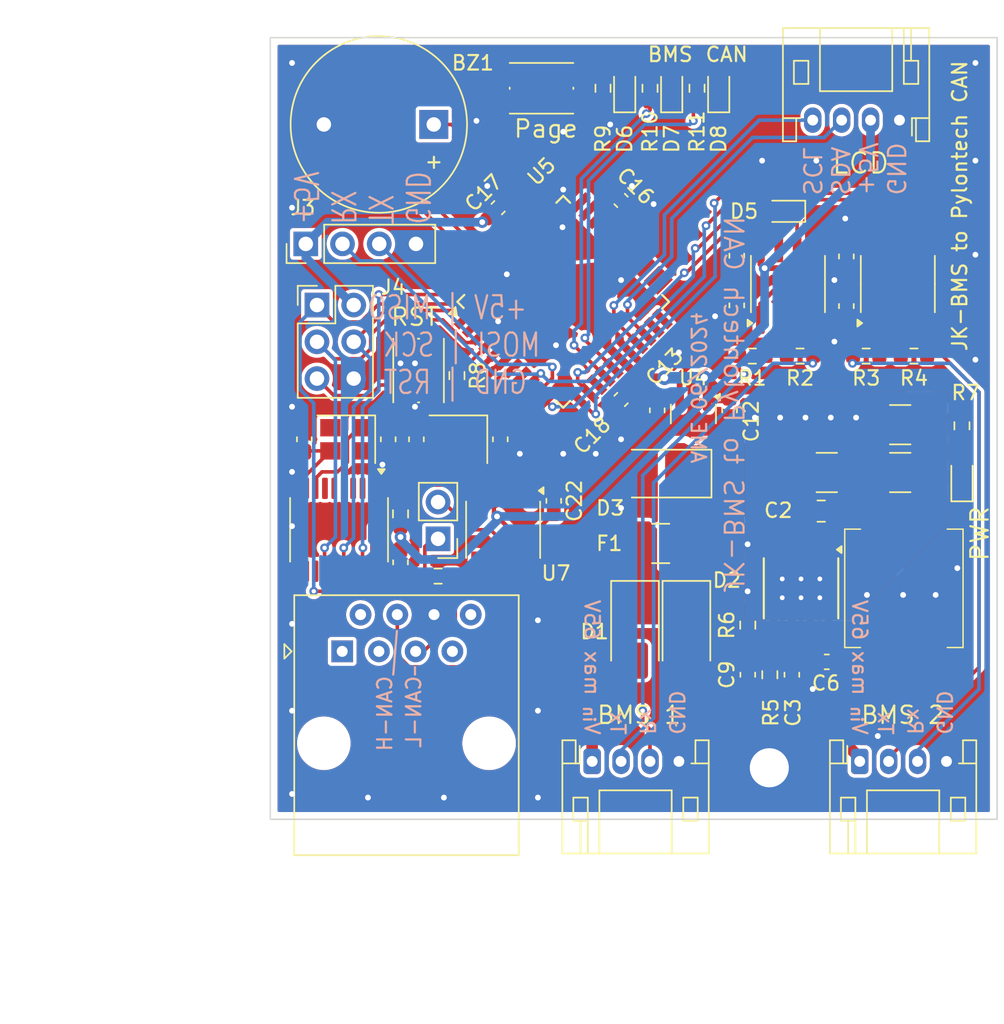
<source format=kicad_pcb>
(kicad_pcb (version 20240108) (generator "pcbnew") (generator_version "8.0")
  (layers (0 "F.Cu" signal) (31 "B.Cu" signal) (34 "B.Paste" user) (35 "F.Paste" user) (36 "B.SilkS" user "B.Silkscreen") (37 "F.SilkS" user "F.Silkscreen") (38 "B.Mask" user) (39 "F.Mask" user) (44 "Edge.Cuts" user))
  (net 0 "")
  (net 1 "GND")
  (net 2 "+3.3V")
  (net 3 "Net-(D1-K)")
  (net 4 "/Vin_BMS1")
  (net 5 "/Vin_BMS2")
  (net 6 "/BMS-1_tx")
  (net 7 "/BMS-1_rx")
  (net 8 "/BMS-2_rx")
  (net 9 "/BMS-2_tx")
  (net 10 "/PWR_good")
  (net 11 "Net-(U1-VCC)")
  (net 12 "Net-(U1-SW)")
  (net 13 "Net-(U1-BOOT)")
  (net 14 "Net-(U1-FB)")
  (net 15 "Net-(U2-VOA)")
  (net 16 "Net-(U2-VIB)")
  (net 17 "Net-(U3-VOA)")
  (net 18 "Net-(U3-VIB)")
  (net 19 "Net-(D4-A)")
  (net 20 "Net-(D3-A1)")
  (net 21 "+5V")
  (net 22 "Net-(U5-AREF)")
  (net 23 "Net-(D6-A)")
  (net 24 "Net-(D7-A)")
  (net 25 "/Nano/rx_flash")
  (net 26 "/Nano/MISO")
  (net 27 "/Nano/MOSI")
  (net 28 "/Nano/SCK")
  (net 29 "/Nano/SDA")
  (net 30 "/Nano/SCL")
  (net 36 "Net-(JP1-A)")
  (net 37 "/Nano/LED")
  (net 38 "/Nano/BMS_Status")
  (net 39 "/Nano/CAN_Status")
  (net 40 "Net-(U6-~{RESET})")
  (net 41 "/Nano/D2")
  (net 42 "nano1_rx")
  (net 43 "nano1_tx")
  (net 44 "nano2_rx")
  (net 45 "nano2_tx")
  (net 48 "/Nano/Buzz")
  (net 49 "Net-(U5-XTAL2)")
  (net 51 "Net-(U5-XTAL1)")
  (net 52 "Net-(D8-A)")
  (net 58 "/Nano/tx_flash")
  (net 62 "/Nano/CS")
  (net 71 "Net-(U6-TXCAN)")
  (net 72 "Net-(U6-OSC2)")
  (net 76 "Net-(U6-RXCAN)")
  (net 79 "Net-(U6-OSC1)")
  (net 82 "/Nano/~{RESET}")
  (net 87 "/Nano/CAN-L")
  (net 88 "/Nano/CAN-H")
  (footprint "LED_SMD:LED_0603_1608Metric_Pad1.05x0.95mm_HandSolder" (layer "F.Cu") (at 131.318 103.124 90)
    (property "Reference" "D4" (hide yes))
    (property "Value" "green 5mA")
  )
  (footprint "Capacitor_SMD:C_0603_1608Metric_Pad1.08x0.95mm_HandSolder" (layer "F.Cu") (at 92.5 109 90)
    (property "Reference" "C21" (hide yes))
    (property "Value" "100nF")
  )
  (footprint "Resistor_SMD:R_0603_1608Metric_Pad0.98x0.95mm_HandSolder" (layer "F.Cu") (at 95.1 109.95 180)
    (property "Reference" "R13" (hide yes))
    (property "Value" "120")
  )
  (footprint "Capacitor_SMD:C_0603_1608Metric_Pad1.08x0.95mm_HandSolder" (layer "F.Cu") (at 93.6 100.5 90)
    (property "Reference" "C15" (hide yes))
    (property "Value" "18pF")
  )
  (footprint "Connector_JST:JST_PH_S4B-PH-K_1x04_P2.00mm_Horizontal" (layer "F.Cu") (at 124.25 122.75)
    (property "Reference" "J2" (hide yes))
    (property "Value" "BMS2")
  )
  (footprint "Capacitor_SMD:C_0603_1608Metric_Pad1.08x0.95mm_HandSolder" (layer "F.Cu") (at 103.095 104.75 -90)
    (property "Reference" "C22")
    (property "Value" "100nF")
  )
  (footprint "Resistor_SMD:R_0603_1608Metric_Pad0.98x0.95mm_HandSolder" (layer "F.Cu") (at 131.318 99.568 -90)
    (property "Reference" "R7")
    (property "Value" "820")
  )
  (footprint "Diode_SMD:D_SMA" (layer "F.Cu") (at 110.49 102.87 180)
    (property "Reference" "D3")
    (property "Value" "SM6T68A")
  )
  (footprint "Resistor_SMD:R_0603_1608Metric_Pad0.98x0.95mm_HandSolder" (layer "F.Cu") (at 118.0338 116.7638 -90)
    (property "Reference" "R5")
    (property "Value" "100K")
  )
  (footprint "Capacitor_SMD:C_0603_1608Metric_Pad1.08x0.95mm_HandSolder" (layer "F.Cu") (at 110.25 98.5 -90)
    (property "Reference" "C13")
    (property "Value" "2,2µF/6,3V")
  )
  (footprint "Capacitor_SMD:C_0603_1608Metric_Pad1.08x0.95mm_HandSolder" (layer "F.Cu") (at 99.4 100.5 -90)
    (property "Reference" "C14" (hide yes))
    (property "Value" "18pF")
  )
  (footprint "Capacitor_SMD:C_0603_1608Metric_Pad1.08x0.95mm_HandSolder" (layer "F.Cu") (at 99.25 84.5 45)
    (property "Reference" "C17")
    (property "Value" "100nF")
  )
  (footprint "Capacitor_SMD:C_0603_1608Metric_Pad1.08x0.95mm_HandSolder" (layer "F.Cu") (at 116.5098 116.7638 -90)
    (property "Reference" "C9")
    (property "Value" "18pF")
  )
  (footprint "Diode_SMD:D_SMA" (layer "F.Cu") (at 112.268 113.792 -90)
    (property "Reference" "D2")
    (property "Value" "ES2BA")
  )
  (footprint "Resistor_SMD:R_0603_1608Metric_Pad0.98x0.95mm_HandSolder" (layer "F.Cu") (at 124.698 94.75 180)
    (property "Reference" "R3")
    (property "Value" "470")
  )
  (footprint "Resistor_SMD:R_0603_1608Metric_Pad0.98x0.95mm_HandSolder" (layer "F.Cu") (at 106.5 76.25 90)
    (property "Reference" "R9")
    (property "Value" "820")
  )
  (footprint "Package_SO:TSSOP-20_4.4x6.5mm_P0.65mm" (layer "F.Cu") (at 88.25 106.75 -90)
    (property "Reference" "U6" (hide yes))
    (property "Value" "MCP2515-xST")
  )
  (footprint "Buzzer_Beeper:Buzzer_12x9.5RM7.6" (layer "F.Cu") (at 94.8 78.75 180)
    (property "Reference" "BZ1")
    (property "Value" "Buzzer")
  )
  (footprint "Fuse:Fuse_1210_3225Metric" (layer "F.Cu") (at 110.49 107.696)
    (property "Reference" "F1")
    (property "Value" "1210L020/72WR")
  )
  (footprint "Capacitor_SMD:C_0603_1608Metric_Pad1.08x0.95mm_HandSolder" (layer "F.Cu") (at 91.65 100.5 -90)
    (property "Reference" "C19" (hide yes))
    (property "Value" "18pF")
  )
  (footprint "Connector_PinHeader_2.54mm:PinHeader_1x02_P2.54mm_Vertical" (layer "F.Cu") (at 95.095 107.375 180)
    (property "Reference" "JP1" (hide yes))
    (property "Value" "Termi.")
  )
  (footprint "Resistor_SMD:R_0603_1608Metric_Pad0.98x0.95mm_HandSolder" (layer "F.Cu") (at 116.824 94.75 180)
    (property "Reference" "R1")
    (property "Value" "470")
  )
  (footprint "Capacitor_SMD:C_0805_2012Metric_Pad1.18x1.45mm_HandSolder" (layer "F.Cu") (at 121.5898 105.4608)
    (property "Reference" "C2")
    (property "Value" "220nF")
  )
  (footprint "Crystal:Crystal_SMD_Abracon_ABM8AIG-4Pin_3.2x2.5mm" (layer "F.Cu") (at 88.75 100.5 180)
    (property "Reference" "Y2" (hide yes))
    (property "Value" "16MHz")
  )
  (footprint "MountingHole:MountingHole_2.7mm_M2.5_ISO7380_Pad" (layer "F.Cu") (at 118 123.19)
    (property "Reference" "H1" (hide yes))
    (property "Value" "MountingHole_Pad")
  )
  (footprint "Resistor_SMD:R_0603_1608Metric_Pad0.98x0.95mm_HandSolder" (layer "F.Cu") (at 96.4 96.1 -90)
    (property "Reference" "R8")
    (property "Value" "1K")
  )
  (footprint "Package_SO:SOIC-8_3.9x4.9mm_P1.27mm" (layer "F.Cu") (at 126.8854 89.7735 90)
    (property "Reference" "U3" (hide yes))
    (property "Value" "ADuM1201AR")
  )
  (footprint "Connector_JST:JST_PH_S4B-PH-K_1x04_P2.00mm_Horizontal" (layer "F.Cu") (at 105.75 122.75)
    (property "Reference" "J1" (hide yes))
    (property "Value" "BMS1")
  )
  (footprint "Connector_PinHeader_2.54mm:PinHeader_1x04_P2.54mm_Vertical" (layer "F.Cu") (at 85.95 87 90)
    (property "Reference" "J3")
    (property "Value" "Flash")
  )
  (footprint "myfootprints:IHLP3232DZER330M11" (layer "F.Cu") (at 127.3048 110.7948 90)
    (property "Reference" "L1" (hide yes))
    (property "Value" "33µH")
  )
  (footprint "Diode_SMD:D_SMA" (layer "F.Cu") (at 108.712 113.792 -90)
    (property "Reference" "D1")
    (property "Value" "ES2BA")
  )
  (footprint "LED_SMD:LED_0603_1608Metric_Pad1.05x0.95mm_HandSolder" (layer "F.Cu") (at 114.5 76.25 90)
    (property "Reference" "D8")
    (property "Value" "orange 5mA")
  )
  (footprint "Package_SO:SOIC-8_3.9x4.9mm_P1.27mm" (layer "F.Cu") (at 99.595 106.75 -90)
    (property "Reference" "U7")
    (property "Value" "TJA1050T")
  )
  (footprint "Diode_SMD:D_0603_1608Metric" (layer "F.Cu") (at 119 84.75 180)
    (property "Reference" "D5")
    (property "Value" "CDBU00340")
  )
  (footprint "Capacitor_SMD:C_0603_1608Metric_Pad1.08x0.95mm_HandSolder" (layer "F.Cu") (at 107.75 97.75 -135)
    (property "Reference" "C18")
    (property "Value" "100nF")
  )
  (footprint "Resistor_SMD:R_0603_1608Metric_Pad0.98x0.95mm_HandSolder" (layer "F.Cu") (at 113 76.25 90)
    (property "Reference" "R11")
    (property "Value" "820")
  )
  (footprint "LED_SMD:LED_0603_1608Metric_Pad1.05x0.95mm_HandSolder" (layer "F.Cu") (at 108 76.25 90)
    (property "Reference" "D6")
    (property "Value" "red 5mA")
  )
  (footprint "Resistor_SMD:R_0603_1608Metric_Pad0.98x0.95mm_HandSolder" (layer "F.Cu") (at 128 94.75)
    (property "Reference" "R4")
    (property "Value" "470")
  )
  (footprint "Crystal:Crystal_SMD_Abracon_ABM8AIG-4Pin_3.2x2.5mm" (layer "F.Cu") (at 96.5 100.5 180)
    (property "Reference" "Y1" (hide yes))
    (property "Value" "16MHz")
  )
  (footprint "Capacitor_SMD:C_0603_1608Metric_Pad1.08x0.95mm_HandSolder" (layer "F.Cu") (at 85.85 100.5 90)
    (property "Reference" "C20" (hide yes))
    (property "Value" "18pF")
  )
  (footprint "Capacitor_SMD:C_0603_1608Metric_Pad1.08x0.95mm_HandSolder" (layer "F.Cu") (at 121.9708 115.8748)
    (property "Reference" "C6")
    (property "Value" "100nF")
  )
  (footprint "Resistor_SMD:R_0603_1608Metric_Pad0.98x0.95mm_HandSolder" (layer "F.Cu") (at 120.126 94.75)
    (property "Reference" "R2")
    (property "Value" "470")
  )
  (footprint "Package_TO_SOT_SMD:SOT-23" (layer "F.Cu") (at 112.75 98.75 -90)
    (property "Reference" "U4")
    (property "Value" "AP7384-33SA")
  )
  (footprint "Capacitor_SMD:C_0603_1608Metric_Pad1.08x0.95mm_HandSolder" (layer "F.Cu") (at 119.5578 116.7638 -90)
    (property "Reference" "C3")
    (property "Value" "4,7µF/10V")
  )
  (footprint "myfootprints:SW_Push_1P1T_NO_Vertical_Wuerth_434133025816" (layer "F.Cu") (at 102.25 76.25 180)
    (property "Reference" "SW1" (hide yes))
    (property "Value" "Page")
  )
  (footprint "Resistor_SMD:R_0603_1608Metric_Pad0.98x0.95mm_HandSolder" (layer "F.Cu") (at 92.5 105.65 -90)
    (property "Reference" "R12" (hide yes))
    (property "Value" "10K")
  )
  (footprint "Connector_RJ:RJ45_Amphenol_54602-x08_Horizontal" (layer "F.Cu") (at 88.4675 115.15)
    (property "Reference" "J6" (hide yes))
    (property "Value" "RJ45")
  )
  (footprint "Connector_PinHeader_2.54mm:PinHeader_2x03_P2.54mm_Vertical" (layer "F.Cu") (at 86.725 91.225)
    (property "Reference" "J4")
    (property "Value" "ICSP")
  )
  (footprint "Connector_JST:JST_PH_S4B-PH-K_1x04_P2.00mm_Horizontal" (layer "F.Cu") (at 127 78.45 180)
    (property "Reference" "J5" (hide yes))
    (property "Value" "LCD")
  )
  (footprint "Resistor_SMD:R_0603_1608Metric_Pad0.98x0.95mm_HandSolder" (layer "F.Cu") (at 109.75 76.25 90)
    (property "Reference" "R10")
    (property "Value" "820")
  )
  (footprint "Capacitor_SMD:C_0603_1608Metric_Pad1.08x0.95mm_HandSolder" (layer "F.Cu") (at 115.75 87.821 -90)
    (property "Reference" "C7" (hide yes))
    (property "Value" "100nF")
  )
  (footprint "Capacitor_SMD:C_1210_3225Metric_Pad1.33x2.70mm_HandSolder" (layer "F.Cu") (at 121.9708 102.7938)
    (property "Reference" "C1" (hide yes))
    (property "Value" "4.7µF/100V")
  )
  (footprint "LED_SMD:LED_0603_1608Metric_Pad1.05x0.95mm_HandSolder" (layer "F.Cu") (at 111.25 76.25 90)
    (property "Reference" "D7")
    (property "Value" "green 5mA")
  )
  (footprint "Capacitor_SMD:C_0603_1608Metric_Pad1.08x0.95mm_HandSolder" (layer "F.Cu") (at 123.3264 91.2975 90)
    (property "Reference" "C5" (hide yes))
    (property "Value" "100nF")
  )
  (footprint "Package_SO:Texas_HTSOP-8-1EP_3.9x4.9mm_P1.27mm_EP2.95x4.9mm_Mask2.4x3.1mm_ThermalVias" (layer "F.Cu") (at 120.1928 110.7948 -90)
    (property "Reference" "U1" (hide yes))
    (property "Value" "LMR36510ADDA")
  )
  (footprint "Package_QFP:TQFP-44_10x10mm_P0.8mm" (layer "F.Cu") (at 103.75 91 45)
    (property "Reference" "U5")
    (property "Value" "ATmega644P-20A")
  )
  (footprint "Capacitor_SMD:C_1210_3225Metric_Pad1.33x2.70mm_HandSolder" (layer "F.Cu") (at 127.0508 102.7938 180)
    (property "Reference" "C10" (hide yes))
    (property "Value" "47µF/16V")
  )
  (footprint "myfootprints:SW_Push_1P1T_NO_Vertical_Wuerth_434133025816" (layer "F.Cu") (at 93.75 95.75 90)
    (property "Reference" "Reset1" (hide yes))
    (property "Value" "Reset")
  )
  (footprint "Resistor_SMD:R_0603_1608Metric_Pad0.98x0.95mm_HandSolder" (layer "F.Cu") (at 116.5098 113.3348 -90)
    (property "Reference" "R6")
    (property "Value" "24K9")
  )
  (footprint "Capacitor_SMD:C_0603_1608Metric_Pad1.08x0.95mm_HandSolder" (layer "F.Cu") (at 107.75 84 135)
    (property "Reference" "C16")
    (property "Value" "100nF")
  )
  (footprint "Capacitor_SMD:C_1210_3225Metric_Pad1.33x2.70mm_HandSolder" (layer "F.Cu") (at 127.0508 99.4918 180)
    (property "Reference" "C11" (hide yes))
    (property "Value" "47µF/16V")
  )
  (footprint "Capacitor_SMD:C_0603_1608Metric_Pad1.08x0.95mm_HandSolder" (layer "F.Cu") (at 115.75 91.25 90)
    (property "Reference" "C4" (hide yes))
    (property "Value" "100nF")
  )
  (footprint "Capacitor_SMD:C_0603_1608Metric_Pad1.08x0.95mm_HandSolder" (layer "F.Cu") (at 123.3264 87.8685 -90)
    (property "Reference" "C8" (hide yes))
    (property "Value" "100nF")
  )
  (footprint "Package_SO:SOIC-8_3.9x4.9mm_P1.27mm" (layer "F.Cu") (at 119.2884 89.7735 90)
    (property "Reference" "U2" (hide yes))
    (property "Value" "ADuM1201AR")
  )
  (footprint "Capacitor_SMD:C_0603_1608Metric_Pad1.08x0.95mm_HandSolder" (layer "F.Cu") (at 115.25 98.5 -90)
    (property "Reference" "C12")
    (property "Value" "2,2µF/6,3V")
  )
  (gr_line (start 92 116.75) (end 92.25 113.75) (stroke (width 0.153)) (layer "B.SilkS"))
  (gr_line (start 93.5 116.75) (end 93.5 116.25) (stroke (width 0.153)) (layer "B.SilkS"))
  (gr_rect (start 83.5 72.75) (end 133.75 126.75) (stroke (width 0.1)) (fill none) (layer "Edge.Cuts"))
  (gr_text "GND\n+5V\nSDA\nSCL" (at 120.25 83.75 270) (layer "B.SilkS") (effects (font (size 1.2 1.2) (thickness 0.153)) (justify left bottom mirror)))
  (gr_text "V_{in} max 65V" (at 123.658 121 -90) (layer "B.SilkS") (effects (font (size 1 1) (thickness 0.153)) (justify left bottom mirror)))
  (gr_text "GND" (at 111 121 -90) (layer "B.SilkS") (effects (font (size 1 1) (thickness 0.153)) (justify left bottom mirror)))
  (gr_text "Tx" (at 125.436 121 -90) (layer "B.SilkS") (effects (font (size 1 1) (thickness 0.153)) (justify left bottom mirror)))
  (gr_text "GND\nTX\nRX\n+5V" (at 85 85.75 270) (layer "B.SilkS") (effects (font (size 1.6 1.2) (thickness 0.153)) (justify left bottom mirror)))
  (gr_text "CAN-H" (at 92 116.75 90) (layer "B.SilkS") (effects (font (size 1 1) (thickness 0.153)) (justify left bottom mirror)))
  (gr_text "GND" (at 129.5 121 -90) (layer "B.SilkS") (effects (font (size 1 1) (thickness 0.153)) (justify left bottom mirror)))
  (gr_text "CAN-L" (at 94 116.75 90) (layer "B.SilkS") (effects (font (size 1 1) (thickness 0.153)) (justify left bottom mirror)))
  (gr_text "V_{in} max 65V" (at 105.158 121 -90) (layer "B.SilkS") (effects (font (size 1 1) (thickness 0.153)) (justify left bottom mirror)))
  (gr_text "JK-BMS to Pylontech CAN " (at 114.75 111.25 270) (layer "B.SilkS") (effects (font (size 1.3 1.3) (thickness 0.153)) (justify left bottom mirror)))
  (gr_text "Tx" (at 106.936 121 -90) (layer "B.SilkS") (effects (font (size 1 1) (thickness 0.153)) (justify left bottom mirror)))
  (gr_text "AME 06/2024" (at 112.5 102.25 270) (layer "B.SilkS") (effects (font (size 1 1) (thickness 0.153)) (justify left bottom mirror)))
  (gr_text "Rx" (at 108.968 121 -90) (layer "B.SilkS") (effects (font (size 1 1) (thickness 0.153)) (justify left bottom mirror)))
  (gr_text " +5V | MISO \nMOSI | SCK \n GND | RST " (at 102.25 97.5 0) (layer "B.SilkS") (effects (font (size 1.6 1.2) (thickness 0.153)) (justify left bottom mirror)))
  (gr_text "Rx" (at 127.468 121 -90) (layer "B.SilkS") (effects (font (size 1 1) (thickness 0.153)) (justify left bottom mirror)))
  (gr_text "JK-BMS to Pylontech CAN " (at 131.75 94.5 90) (layer "F.SilkS") (effects (font (size 1 1) (thickness 0.153)) (justify left bottom)))
  (gr_text "Page\n" (at 100.25 79.75 0) (layer "F.SilkS") (effects (font (size 1.2 1.2) (thickness 0.153)) (justify left bottom)))
  (gr_text "LCD" (at 122.25 82.25 0) (layer "F.SilkS") (effects (font (size 1.4 1.4) (thickness 0.153)) (justify left bottom)))
  (gr_text "RST" (at 91.75 92.75 0) (layer "F.SilkS") (effects (font (size 1.2 1.2) (thickness 0.153)) (justify left bottom)))
  (gr_text "BMS" (at 109.5 74.5 0) (layer "F.SilkS") (effects (font (size 1 1) (thickness 0.153)) (justify left bottom)))
  (gr_text "BMS 1" (at 106 120.25 0) (layer "F.SilkS") (effects (font (size 1.2 1.2) (thickness 0.153)) (justify left bottom)))
  (gr_text "BMS 2" (at 124.25 120.25 0) (layer "F.SilkS") (effects (font (size 1.2 1.2) (thickness 0.153)) (justify left bottom)))
  (gr_text "CAN" (at 113.5 74.5 0) (layer "F.SilkS") (effects (font (size 1 1) (thickness 0.153)) (justify left bottom)))
  (gr_text "PWR" (at 133.25 109 90) (layer "F.SilkS") (effects (font (size 1.2 1.2) (thickness 0.153)) (justify left bottom)))
  (segment (start 100.23 104.275) (end 100.23 105.385) (width 0.25) (layer "F.Cu") (net 1))
  (segment (start 101.75 106) (end 102.295 105.455) (width 0.25) (layer "F.Cu") (net 1))
  (segment (start 100.845 106) (end 101.75 106) (width 0.25) (layer "F.Cu") (net 1))
  (segment (start 102.295 104.6875) (end 103.095 103.8875) (width 0.25) (layer "F.Cu") (net 1))
  (segment (start 102.295 105.455) (end 102.295 104.6875) (width 0.25) (layer "F.Cu") (net 1))
  (segment (start 100.23 105.385) (end 100.845 106) (width 0.25) (layer "F.Cu") (net 1))
  (via (at 103.7 85.85) (size 0.8) (drill 0.4) (layers "F.Cu" "B.Cu") (net 1))
  (via (at 85 125) (size 0.8) (drill 0.4) (layers "F.Cu" "B.Cu") (net 1))
  (via (at 127.25 111.25) (size 0.8) (drill 0.4) (layers "F.Cu" "B.Cu") (net 1))
  (via (at 129.5 111.25) (size 0.8) (drill 0.4) (layers "F.Cu" "B.Cu") (net 1))
  (via (at 85 102.75) (size 0.8) (drill 0.4) (layers "F.Cu" "B.Cu") (net 1))
  (via (at 85 74.5) (size 0.8) (drill 0.4) (layers "F.Cu" "B.Cu") (net 1))
  (via (at 92.5 95.25) (size 0.8) (drill 0.4) (layers "F.Cu" "B.Cu") (net 1))
  (via (at 122.5 93.75) (size 0.8) (drill 0.4) (layers "F.Cu" "B.Cu") (net 1))
  (via (at 85 98.25) (size 0.8) (drill 0.4) (layers "F.Cu" "B.Cu") (net 1))
  (via (at 107.75 89.5) (size 0.8) (drill 0.4) (layers "F.Cu" "B.Cu") (net 1))
  (via (at 111.75 94.5) (size 0.8) (drill 0.4) (layers "F.Cu" "B.Cu") (net 1))
  (via (at 107 78.75) (size 0.8) (drill 0.4) (layers "F.Cu" "B.Cu") (net 1))
  (via (at 103.75 101.5) (size 0.8) (drill 0.4) (layers "F.Cu" "B.Cu") (net 1))
  (via (at 85 84.5) (size 0.8) (drill 0.4) (layers "F.Cu" "B.Cu") (net 1))
  (via (at 90.25 125.25) (size 0.8) (drill 0.4) (layers "F.Cu" "B.Cu") (net 1))
  (via (at 116.5 107.75) (size 0.8) (drill 0.4) (layers "F.Cu" "B.Cu") (net 1))
  (via (at 118.75 99) (size 0.8) (drill 0.4) (layers "F.Cu" "B.Cu") (net 1))
  (via (at 121 117.75) (size 0.8) (drill 0.4) (layers "F.Cu" "B.Cu") (net 1))
  (via (at 97.75 78.5) (size 0.8) (drill 0.4) (layers "F.Cu" "B.Cu") (net 1))
  (via (at 122.5 89.5) (size 0.8) (drill 0.4) (layers "F.Cu" "B.Cu") (net 1))
  (via (at 107.75 105.25) (size 0.8) (drill 0.4) (layers "F.Cu" "B.Cu") (net 1))
  (via (at 123.25 85.25) (size 0.8) (drill 0.4) (layers "F.Cu" "B.Cu") (net 1))
  (via (at 116.5 111) (size 0.8) (drill 0.4) (layers "F.Cu" "B.Cu") (net 1))
  (via (at 85 113.25) (size 0.8) (drill 0.4) (layers "F.Cu" "B.Cu") (net 1))
  (via (at 93.5 95.25) (size 0.8) (drill 0.4) (layers "F.Cu" "B.Cu") (net 1))
  (via (at 107.75 100.5) (size 0.8) (drill 0.4) (layers "F.Cu" "B.Cu") (net 1))
  (via (at 132.25 87.75) (size 0.8) (drill 0.4) (layers "F.Cu" "B.Cu") (net 1))
  (via (at 103.75 79.25) (size 0.8) (drill 0.4) (layers "F.Cu" "B.Cu") (net 1))
  (via (at 121.25 81.25) (size 0.8) (drill 0.4) (layers "F.Cu" "B.Cu") (net 1))
  (via (at 114.25 92) (size 0.8) (drill 0.4) (layers "F.Cu" "B.Cu") (net 1))
  (via (at 120.5 99) (size 0.8) (drill 0.4) (layers "F.Cu" "B.Cu") (net 1))
  (via (at 103.75 83.25) (size 0.8) (drill 0.4) (layers "F.Cu" "B.Cu") (net 1))
  (via (at 91.25 102.25) (size 0.8) (drill 0.4) (layers "F.Cu" "B.Cu") (net 1))
  (via (at 85 119.25) (size 0.8) (drill 0.4) (layers "F.Cu" "B.Cu") (net 1))
  (via (at 132.25 74.5) (size 0.8) (drill 0.4) (layers "F.Cu" "B.Cu") (net 1))
  (via (at 110 84.25) (size 0.8) (drill 0.4) (layers "F.Cu" "B.Cu") (net 1))
  (via (at 99.25 92.35) (size 0.8) (drill 0.4) (layers "F.Cu" "B.Cu") (net 1))
  (via (at 99.85 89.1) (size 0.8) (drill 0.4) (layers "F.Cu" "B.Cu") (net 1))
  (via (at 117.5 81.25) (size 0.8) (drill 0.4) (layers "F.Cu" "B.Cu") (net 1))
  (via (at 117 99) (size 0.8) (drill 0.4) (layers "F.Cu" "B.Cu") (net 1))
  (via (at 122.25 99) (size 0.8) (drill 0.4) (layers "F.Cu" "B.Cu") (net 1))
  (via (at 102 125.25) (size 0.8) (drill 0.4) (layers "F.Cu" "B.Cu") (net 1))
  (via (at 93.5 98.25) (size 0.8) (drill 0.4) (layers "F.Cu" "B.Cu") (net 1))
  (via (at 102 119.25) (size 0.8) (drill 0.4) (layers "F.Cu" "B.Cu") (net 1))
  (via (at 85 106.5) (size 0.8) (drill 0.4) (layers "F.Cu" "B.Cu") (net 1))
  (via (at 131 109.4) (size 0.8) (drill 0.4) (layers "F.Cu" "B.Cu") (net 1))
  (via (at 124.75 111.25) (size 0.8) (drill 0.4) (layers "F.Cu" "B.Cu") (net 1))
  (via (at 106 101.5) (size 0.8) (drill 0.4) (layers "F.Cu" "B.Cu") (net 1))
  (via (at 125.5 121) (size 0.8) (drill 0.4) (layers "F.Cu" "B.Cu") (net 1))
  (via (at 102 113) (size 0.8) (drill 0.4) (layers "F.Cu" "B.Cu") (net 1))
  (via (at 98.5 83) (size 0.8) (drill 0.4) (layers "F.Cu" "B.Cu") (net 1))
  (via (at 124 99) (size 0.8) (drill 0.4) (layers "F.Cu" "B.Cu") (net 1))
  (via (at 95.5 125.25) (size 0.8) (drill 0.4) (layers "F.Cu" "B.Cu") (net 1))
  (via (at 132.25 81.25) (size 0.8) (drill 0.4) (layers "F.Cu" "B.Cu") (net 1))
  (via (at 100.75 101.5) (size 0.8) (drill 0.4) (layers "F.Cu" "B.Cu") (net 1))
  (via (at 103.25 94) (size 0.8) (drill 0.4) (layers "F.Cu" "B.Cu") (net 1))
  (via (at 132.25 95) (size 0.8) (drill 0.4) (layers "F.Cu" "B.Cu") (net 1))
  (via (at 108.5 83) (size 0.8) (drill 0.4) (layers "F.Cu" "B.Cu") (net 1))
  (segment (start 111.8 97.8125) (end 111.8 96.0625) (width 0.4) (layer "F.Cu") (net 2))
  (segment (start 117.2474 92.1125) (end 117.3834 92.2485) (width 0.4) (layer "F.Cu") (net 2))
  (segment (start 124.9804 92.2485) (end 123.4149 92.2485) (width 0.3) (layer "F.Cu") (net 2))
  (segment (start 110.25 97.6375) (end 111.625 97.6375) (width 0.4) (layer "F.Cu") (net 2))
  (segment (start 123.3264 92.16) (end 121.4164 90.25) (width 0.3) (layer "F.Cu") (net 2))
  (segment (start 115.75 92.1125) (end 117.2474 92.1125) (width 0.4) (layer "F.Cu") (net 2))
  (segment (start 118.276 90.25) (end 117.3834 91.1426) (width 0.3) (layer "F.Cu") (net 2))
  (segment (start 111.625 97.6375) (end 111.8 97.8125) (width 0.4) (layer "F.Cu") (net 2))
  (segment (start 111.8 96.0625) (end 115.75 92.1125) (width 0.4) (layer "F.Cu") (net 2))
  (segment (start 117.3834 91.1426) (end 117.3834 92.2485) (width 0.3) (layer "F.Cu") (net 2))
  (segment (start 121.4164 90.25) (end 118.276 90.25) (width 0.3) (layer "F.Cu") (net 2))
  (segment (start 105.75 118.754) (end 108.712 115.792) (width 0.8) (layer "F.Cu") (net 4))
  (segment (start 105.75 122.75) (end 105.75 118.754) (width 0.8) (layer "F.Cu") (net 4))
  (segment (start 121.5 119.75) (end 114.162 119.75) (width 0.8) (layer "F.Cu") (net 5))
  (segment (start 114.162 119.75) (end 112.268 117.856) (width 0.8) (layer "F.Cu") (net 5))
  (segment (start 112.268 117.856) (end 112.268 115.792) (width 0.8) (layer "F.Cu") (net 5))
  (segment (start 124.25 122.5) (end 121.5 119.75) (width 0.8) (layer "F.Cu") (net 5))
  (segment (start 121 95.25) (end 121 94.7885) (width 0.25) (layer "F.Cu") (net 6))
  (via (at 121 95.25) (size 0.6) (drill 0.3) (layers "F.Cu" "B.Cu") (net 6))
  (segment (start 118.25 95.25) (end 110 103.5) (width 0.25) (layer "B.Cu") (net 6))
  (segment (start 107.75 122) (end 107.75 122.75) (width 0.25) (layer "B.Cu") (net 6))
  (segment (start 110 103.5) (end 110 119.75) (width 0.25) (layer "B.Cu") (net 6))
  (segment (start 121 95.25) (end 118.25 95.25) (width 0.25) (layer "B.Cu") (net 6))
  (segment (start 110 119.75) (end 107.75 122) (width 0.25) (layer "B.Cu") (net 6))
  (segment (start 115.9115 95.6615) (end 115.9115 94.75) (width 0.25) (layer "F.Cu") (net 7))
  (segment (start 109.25 119.25) (end 109.25 120.05) (width 0.25) (layer "F.Cu") (net 7))
  (segment (start 116.25 96) (end 115.9115 95.6615) (width 0.25) (layer "F.Cu") (net 7))
  (segment (start 109.75 120.55) (end 109.75 122.75) (width 0.25) (layer "F.Cu") (net 7))
  (segment (start 109.25 120.05) (end 109.75 120.55) (width 0.25) (layer "F.Cu") (net 7))
  (via (at 116.25 96) (size 0.6) (drill 0.3) (layers "F.Cu" "B.Cu") (net 7))
  (via (at 109.25 119.25) (size 0.6) (drill 0.3) (layers "F.Cu" "B.Cu") (net 7))
  (segment (start 109.25 103) (end 109.25 119.25) (width 0.25) (layer "B.Cu") (net 7))
  (segment (start 116.25 96) (end 109.25 103) (width 0.25) (layer "B.Cu") (net 7))
  (segment (start 123.75 95.25) (end 123.7855 95.2145) (width 0.25) (layer "F.Cu") (net 8))
  (segment (start 123.7855 95.2145) (end 123.7855 94.75) (width 0.25) (layer "F.Cu") (net 8))
  (via (at 123.75 95.25) (size 0.6) (drill 0.3) (layers "F.Cu" "B.Cu") (net 8))
  (segment (start 132.5 97.25) (end 132.5 117.75) (width 0.25) (layer "B.Cu") (net 8))
  (segment (start 123.75 95.25) (end 130.5 95.25) (width 0.25) (layer "B.Cu") (net 8))
  (segment (start 130.5 95.25) (end 132.5 97.25) (width 0.25) (layer "B.Cu") (net 8))
  (segment (start 132.5 117.75) (end 128.25 122) (width 0.25) (layer "B.Cu") (net 8))
  (segment (start 128.25 122) (end 128.25 122.75) (width 0.25) (layer "B.Cu") (net 8))
  (segment (start 132.5 116.25) (end 126.25 122.5) (width 0.25) (layer "F.Cu") (net 9))
  (segment (start 132.5 97.25) (end 132.5 116.25) (width 0.25) (layer "F.Cu") (net 9))
  (segment (start 130 94.75) (end 132.5 97.25) (width 0.25) (layer "F.Cu") (net 9))
  (segment (start 128.9125 94.75) (end 130 94.75) (width 0.25) (layer "F.Cu") (net 9))
  (segment (start 119.5578 113.6698) (end 119.5578 115.9013) (width 0.25) (layer "F.Cu") (net 11))
  (segment (start 120.8278 113.6698) (end 120.8278 115.5943) (width 0.25) (layer "F.Cu") (net 13))
  (segment (start 116.5098 115.9013) (end 116.5098 114.2473) (width 0.25) (layer "F.Cu") (net 14))
  (segment (start 118.2878 113.6698) (end 118.2878 115.5973) (width 0.25) (layer "F.Cu") (net 14))
  (segment (start 118.0338 115.8513) (end 116.5598 115.8513) (width 0.25) (layer "F.Cu") (net 14))
  (segment (start 117.7365 94.75) (end 118.6534 93.8331) (width 0.25) (layer "F.Cu") (net 15))
  (segment (start 118.6534 93.8331) (end 118.6534 92.2485) (width 0.25) (layer "F.Cu") (net 15))
  (segment (start 119.9234 94.1906) (end 119.9234 92.2485) (width 0.25) (layer "F.Cu") (net 16))
  (segment (start 119.4675 94.6465) (end 119.9234 94.1906) (width 0.25) (layer "F.Cu") (net 16))
  (segment (start 126.2504 93.8561) (end 126.2504 92.2485) (width 0.25) (layer "F.Cu") (net 17))
  (segment (start 125.3565 94.75) (end 126.2504 93.8561) (width 0.25) (layer "F.Cu") (net 17))
  (segment (start 127.5204 94.2136) (end 127.5204 92.2485) (width 0.25) (layer "F.Cu") (net 18))
  (segment (start 127.0875 94.6465) (end 127.5204 94.2136) (width 0.25) (layer "F.Cu") (net 18))
  (segment (start 131.318 100.4805) (end 131.318 102.249) (width 0.25) (layer "F.Cu") (net 19))
  (segment (start 115.25 97.6375) (end 115.8875 97) (width 0.8) (layer "F.Cu") (net 21))
  (segment (start 116.09 87.2985) (end 115.75 86.9585) (width 0.4) (layer "F.Cu") (net 21))
  (segment (start 99.1725 105.8275) (end 98.96 105.615) (width 0.3) (layer "F.Cu") (net 21))
  (segment (start 100.285177 86.403806) (end 98.991251 85.10988) (width 0.6) (layer "F.Cu") (net 21))
  (segment (start 126.75 97) (end 128.6133 98.8633) (width 0.8) (layer "F.Cu") (net 21))
  (segment (start 99.153806 94.464823) (end 104.287258 89.331371) (width 0.6) (layer "F.Cu") (net 21))
  (segment (start 113.7 97.8125) (end 115.075 97.8125) (width 0.4) (layer "F.Cu") (net 21))
  (segment (start 117.3834 88.3834) (end 117.3834 87.2985) (width 0.4) (layer "F.Cu") (net 21))
  (segment (start 91.175 108.575) (end 91.175 109.6125) (width 0.4) (layer "F.Cu") (net 21))
  (segment (start 98.15 85.5) (end 98.54012 85.10988) (width 0.4) (layer "F.Cu") (net 21))
  (segment (start 104.287258 89.331371) (end 106.55 89.331371) (width 0.6) (layer "F.Cu") (net 21))
  (segment (start 106.25 89.631371) (end 106.55 89.331371) (width 0.6) (layer "F.Cu") (net 21))
  (segment (start 114.25 97) (end 115.8875 97) (width 0.8) (layer "F.Cu") (net 21))
  (segment (start 107.780509 95.030509) (end 106.25 93.5) (width 0.6) (layer "F.Cu") (net 21))
  (segment (start 123.6189 87.2985) (end 123.3264 87.006) (width 0.4) (layer "F.Cu") (net 21))
  (segment (start 121.938258 88.6735) (end 123.3264 87.285358) (width 0.4) (layer "F.Cu") (net 21))
  (segment (start 115.8875 97) (end 126.75 97) (width 0.8) (layer "F.Cu") (net 21))
  (segment (start 91.6125 108.1375) (end 91.175 108.575) (width 0.4) (layer "F.Cu") (net 21))
  (segment (start 96.5 97.1625) (end 98.05 95.6125) (width 0.4) (layer "F.Cu") (net 21))
  (segment (start 98.05 95.568629) (end 99.153806 94.464823) (width 0.4) (layer "F.Cu") (net 21))
  (segment (start 101.7075 107) (end 100.345 107) (width 0.3) (layer "F.Cu") (net 21))
  (segment (start 98.05 95.6125) (end 98.05 95.568629) (width 0.4) (layer "F.Cu") (net 21))
  (segment (start 131 115.3921) (end 127.6421 118.75) (width 0.4) (layer "F.Cu") (net 21))
  (segment (start 110.75 96.25) (end 109 96.25) (width 0.6) (layer "F.Cu") (net 21))
  (segment (start 117.6735 88.6735) (end 117.3834 88.3834) (width 0.4) (layer "F.Cu") (net 21))
  (segment (start 116.5598 117.6763) (end 118.0338 117.6763) (width 0.25) (layer "F.Cu") (net 21))
  (segment (start 124.9804 87.2985) (end 123.6189 87.2985) (width 0.4) (layer "F.Cu") (net 21))
  (segment (start 100.345 107) (end 99.1725 105.8275) (width 0.3) (layer "F.Cu") (net 21))
  (segment (start 117.6735 88.6735) (end 121.938258 88.6735) (width 0.4) (layer "F.Cu") (net 21))
  (segment (start 131 115.3921) (end 131 110.871) (width 0.4) (layer "F.Cu") (net 21))
  (segment (start 106.55 89.331371) (end 103.212742 89.331371) (width 0.6) (layer "F.Cu") (net 21))
  (segment (start 131.318 98.6555) (end 130.5945 98.6555) (width 0.25) (layer "F.Cu") (net 21))
  (segment (start 106.25 93.5) (end 106.25 89.631371) (width 0.6) (layer "F.Cu") (net 21))
  (segment (start 106.55 89.331371) (end 108.346194 87.535177) (width 0.6) (layer "F.Cu") (net 21))
  (segment (start 109 96.25) (end 109 96.5) (width 0.6) (layer "F.Cu") (net 21))
  (segment (start 119.1075 118.75) (end 118.0338 117.6763) (width 0.4) (layer "F.Cu") (net 21))
  (segment (start 103.081371 89.2) (end 100.285177 86.403806) (width 0.6) (layer "F.Cu") (net 21))
  (segment (start 113.5 96.25) (end 114.25 97) (width 0.8) (layer "F.Cu") (net 21))
  (segment (start 130.5945 98.6555) (end 130.25 99) (width 0.25) (layer "F.Cu") (net 21))
  (segment (start 98.96 105.615) (end 98.96 104.275) (width 0.3) (layer "F.Cu") (net 21))
  (segment (start 103.095 105.6125) (end 101.7075 107) (width 0.3) (layer "F.Cu") (net 21))
  (segment (start 131 110.871) (end 127.3048 107.1758) (width 0.4) (layer "F.Cu") (net 21))
  (segment (start 103.212742 89.331371) (end 103.081371 89.2) (width 0.6) (layer "F.Cu") (net 21))
  (segment (start 109 96.25) (end 107.780509 95.030509) (width 0.6) (layer "F.Cu") (net 21))
  (segment (start 127.6421 118.75) (end 119.1075 118.75) (width 0.4) (layer "F.Cu") (net 21))
  (segment (start 92.5 108.1375) (end 92.5 107.25) (width 0.4) (layer "F.Cu") (net 21))
  (segment (start 109 96.5) (end 108.35988 97.14012) (width 0.6) (layer "F.Cu") (net 21))
  (segment (start 92.5 106.4125) (end 92.5 107.25) (width 0.4) (layer "F.Cu") (net 21))
  (segment (start 92.5 108.1375) (end 91.6125 108.1375) (width 0.4) (layer "F.Cu") (net 21))
  (segment (start 117.3834 87.2985) (end 116.09 87.2985) (width 0.6) (layer "F.Cu") (net 21))
  (via (at 99.1725 105.8275) (size 0.8) (drill 0.4) (layers "F.Cu" "B.Cu") (net 21))
  (via (at 98.15 85.5) (size 0.8) (drill 0.4) (layers "F.Cu" "B.Cu") (net 21))
  (via (at 117.6735 88.6735) (size 0.8) (drill 0.4) (layers "F.Cu" "B.Cu") (net 21))
  (via (at 110.75 96.25) (size 1) (drill 0.5) (layers "F.Cu" "B.Cu") (net 21))
  (via (at 92.5 107.25) (size 0.8) (drill 0.4) (layers "F.Cu" "B.Cu") (net 21))
  (via (at 113.5 96.25) (size 1) (drill 0.5) (layers "F.Cu" "B.Cu") (net 21))
  (segment (start 93.85 108.8) (end 96.5 108.8) (width 0.6) (layer "B.Cu") (net 21))
  (segment (start 98.15 85.5) (end 87.45 85.5) (width 0.6) (layer "B.Cu") (net 21))
  (segment (start 87.45 85.5) (end 85.95 87) (width 0.6) (layer "B.Cu") (net 21))
  (segment (start 85.95 87.95) (end 89.225 91.225) (width 0.6) (layer "B.Cu") (net 21))
  (segment (start 113.5 96.25) (end 110.75 96.25) (width 0.8) (layer "B.Cu") (net 21))
  (segment (start 92.5 107.45) (end 93.85 108.8) (width 0.6) (layer "B.Cu") (net 21))
  (segment (start 96.5 108.8) (end 99.1725 106.1275) (width 0.6) (layer "B.Cu") (net 21))
  (segment (start 99.1725 106.1275) (end 99.1725 105.8275) (width 0.6) (layer "B.Cu") (net 21))
  (segment (start 104.4225 105.8275) (end 99.1725 105.8275) (width 0.6) (layer "B.Cu") (net 21))
  (segment (start 113.5 96.75) (end 104.4225 105.8275) (width 0.6) (layer "B.Cu") (net 21))
  (segment (start 125 81.347) (end 125 78.45) (width 0.6) (layer "B.Cu") (net 21))
  (segment (start 114 96.25) (end 117.6735 92.5765) (width 0.6) (layer "B.Cu") (net 21))
  (segment (start 92.5 107.25) (end 92.5 107.45) (width 0.6) (layer "B.Cu") (net 21))
  (segment (start 113.5 96.25) (end 113.5 96.75) (width 0.6) (layer "B.Cu") (net 21))
  (segment (start 113.5 96.25) (end 114 96.25) (width 0.6) (layer "B.Cu") (net 21))
  (segment (start 117.6735 88.6735) (end 125 81.347) (width 0.6) (layer "B.Cu") (net 21))
  (segment (start 85.95 87) (end 85.95 87.95) (width 0.6) (layer "B.Cu") (net 21))
  (segment (start 117.6735 92.5765) (end 117.6735 88.6735) (width 0.6) (layer "B.Cu") (net 21))
  (segment (start 107.214823 86.403806) (end 108.35988 85.258749) (width 0.6) (layer "F.Cu") (net 22))
  (segment (start 108.35988 85.258749) (end 108.35988 84.60988) (width 0.25) (layer "F.Cu") (net 22))
  (segment (start 106.5 75.3375) (end 107.9625 75.3375) (width 0.25) (layer "F.Cu") (net 23))
  (segment (start 109.75 75.3375) (end 111.2125 75.3375) (width 0.25) (layer "F.Cu") (net 24))
  (segment (start 115.616116 84.75) (end 118.4625 84.75) (width 0.25) (layer "F.Cu") (net 25))
  (segment (start 102.197056 95.947057) (end 101.416548 96.727565) (width 0.25) (layer "F.Cu") (net 25))
  (segment (start 113.058058 87.308058) (end 115.616116 84.75) (width 0.25) (layer "F.Cu") (net 25))
  (segment (start 102.197057 95.947057) (end 102.197056 95.947057) (width 0.25) (layer "F.Cu") (net 25))
  (segment (start 112.875 87.308058) (end 113.058058 87.308058) (width 0.25) (layer "F.Cu") (net 25))
  (via (at 112.875 87.308058) (size 0.6) (drill 0.3) (layers "F.Cu" "B.Cu") (net 25))
  (via (at 102.197057 95.947057) (size 0.6) (drill 0.3) (layers "F.Cu" "B.Cu") (net 25))
  (segment (start 102.197057 95.947057) (end 102.144114 96) (width 0.25) (layer "B.Cu") (net 25))
  (segment (start 105.5 96.5) (end 102.75 96.5) (width 0.25) (layer "B.Cu") (net 25))
  (segment (start 89.675 88.175) (end 88.5 87) (width 0.25) (layer "B.Cu") (net 25))
  (segment (start 102.75 96.5) (end 102.197057 95.947057) (width 0.25) (layer "B.Cu") (net 25))
  (segment (start 99 96) (end 91.175 88.175) (width 0.25) (layer "B.Cu") (net 25))
  (segment (start 112.75 89.25) (end 105.5 96.5) (width 0.25) (layer "B.Cu") (net 25))
  (segment (start 112.75 87.433058) (end 112.75 89.25) (width 0.25) (layer "B.Cu") (net 25))
  (segment (start 102.144114 96) (end 99 96) (width 0.25) (layer "B.Cu") (net 25))
  (segment (start 112.875 87.308058) (end 112.75 87.433058) (width 0.25) (layer "B.Cu") (net 25))
  (segment (start 91.175 88.175) (end 89.675 88.175) (width 0.25) (layer "B.Cu") (net 25))
  (segment (start 97.940848 91.731586) (end 97.36156 91.152298) (width 0.25) (layer "F.Cu") (net 26))
  (segment (start 89.225 110.303812) (end 89.225 109.6125) (width 0.25) (layer "F.Cu") (net 26))
  (segment (start 90.999403 91.152298) (end 97.36156 91.152298) (width 0.25) (layer "F.Cu") (net 26))
  (segment (start 87.9 92.4) (end 86.725 91.225) (width 0.25) (layer "F.Cu") (net 26))
  (segment (start 89.751701 92.4) (end 87.9 92.4) (width 0.25) (layer "F.Cu") (net 26))
  (segment (start 86.5 111) (end 88.528812 111) (width 0.25) (layer "F.Cu") (net 26))
  (segment (start 88.528812 111) (end 89.225 110.303812) (width 0.25) (layer "F.Cu") (net 26))
  (segment (start 97.940848 92.283669) (end 97.940848 91.731586) (width 0.25) (layer "F.Cu") (net 26))
  (segment (start 97.45675 92.767767) (end 97.940848 92.283669) (width 0.25) (layer "F.Cu") (net 26))
  (segment (start 90.999403 91.152298) (end 89.751701 92.4) (width 0.25) (layer "F.Cu") (net 26))
  (via (at 86.5 111) (size 0.6) (drill 0.3) (layers "F.Cu" "B.Cu") (net 26))
  (segment (start 85.55 92.4) (end 86.725 91.225) (width 0.25) (layer "B.Cu") (net 26))
  (segment (start 85.55 97.05) (end 85.55 92.4) (width 0.25) (layer "B.Cu") (net 26))
  (segment (start 86.5 111) (end 86.5 98) (width 0.25) (layer "B.Cu") (net 26))
  (segment (start 86.5 98) (end 85.55 97.05) (width 0.25) (layer "B.Cu") (net 26))
  (segment (start 88.575 108) (end 88.575 109.6125) (width 0.25) (layer "F.Cu") (net 27))
  (segment (start 91.427702 91.602298) (end 96.29128 91.602298) (width 0.25) (layer "F.Cu") (net 27))
  (segment (start 91.427702 91.602298) (end 89.265 93.765) (width 0.25) (layer "F.Cu") (net 27))
  (segment (start 96.891064 92.202082) (end 96.29128 91.602298) (width 0.25) (layer "F.Cu") (net 27))
  (via (at 88.575 108) (size 0.6) (drill 0.3) (layers "F.Cu" "B.Cu") (net 27))
  (segment (start 89.25 98.25) (end 89.25 107.325) (width 0.25) (layer "B.Cu") (net 27))
  (segment (start 89.25 98.25) (end 90.44 97.06) (width 0.25) (layer "B.Cu") (net 27))
  (segment (start 89.25 107.325) (end 88.575 108) (width 0.25) (layer "B.Cu") (net 27))
  (segment (start 90.44 94.94) (end 89.265 93.765) (width 0.25) (layer "B.Cu") (net 27))
  (segment (start 90.44 97.06) (end 90.44 94.94) (width 0.25) (layer "B.Cu") (net 27))
  (segment (start 90.44 94.251701) (end 89.751701 94.94) (width 0.25) (layer "F.Cu") (net 28))
  (segment (start 96.986254 93.817551) (end 95.418703 92.25) (width 0.25) (layer "F.Cu") (net 28))
  (segment (start 87.25 109.5875) (end 87.25 108) (width 0.25) (layer "F.Cu") (net 28))
  (segment (start 87.9 94.94) (end 86.725 93.765) (width 0.25) (layer "F.Cu") (net 28))
  (segment (start 91.468299 92.25) (end 90.44 93.278299) (width 0.25) (layer "F.Cu") (net 28))
  (segment (start 91.468299 92.25) (end 95.418703 92.25) (width 0.25) (layer "F.Cu") (net 28))
  (segment (start 90.44 93.278299) (end 90.44 94.251701) (width 0.25) (layer "F.Cu") (net 28))
  (segment (start 89.751701 94.94) (end 87.9 94.94) (width 0.25) (layer "F.Cu") (net 28))
  (segment (start 98.022435 93.333452) (end 97.538336 93.817551) (width 0.25) (layer "F.Cu") (net 28))
  (segment (start 97.538336 93.817551) (end 96.986254 93.817551) (width 0.25) (layer "F.Cu") (net 28))
  (via (at 87.25 108) (size 0.6) (drill 0.3) (layers "F.Cu" "B.Cu") (net 28))
  (segment (start 88 95.04) (end 88 107.25) (width 0.25) (layer "B.Cu") (net 28))
  (segment (start 86.725 93.765) (end 88 95.04) (width 0.25) (layer "B.Cu") (net 28))
  (segment (start 88 107.25) (end 87.25 108) (width 0.25) (layer "B.Cu") (net 28))
  (segment (start 108.191942 91.191942) (end 108.191942 92.047829) (width 0.25) (layer "F.Cu") (net 29))
  (segment (start 108.191942 92.047829) (end 109.477565 93.333452) (width 0.25) (layer "F.Cu") (net 29))
  (via (at 108.191942 91.191942) (size 0.6) (drill 0.3) (layers "F.Cu" "B.Cu") (net 29))
  (segment (start 111.25 87.886396) (end 111.25 85.25) (width 0.25) (layer "B.Cu") (net 29))
  (segment (start 116.85 79.65) (end 121.8 79.65) (width 0.25) (layer "B.Cu") (net 29))
  (segment (start 111.25 85.25) (end 116.85 79.65) (width 0.25) (layer "B.Cu") (net 29))
  (segment (start 121.8 79.65) (end 123 78.45) (width 0.25) (layer "B.Cu") (net 29))
  (segment (start 108.191942 91.191942) (end 108.191942 90.944454) (width 0.25) (layer "B.Cu") (net 29))
  (segment (start 108.191942 90.944454) (end 111.25 87.886396) (width 0.25) (layer "B.Cu") (net 29))
  (segment (start 107.25 92.237258) (end 108.91188 93.899138) (width 0.25) (layer "F.Cu") (net 30))
  (segment (start 107.25 91.25) (end 107.25 92.237258) (width 0.25) (layer "F.Cu") (net 30))
  (via (at 107.25 91.25) (size 0.6) (drill 0.3) (layers "F.Cu" "B.Cu") (net 30))
  (segment (start 107.25 91.25) (end 110.75 87.75) (width 0.25) (layer "B.Cu") (net 30))
  (segment (start 110.75 87.75) (end 110.75 85) (width 0.25) (layer "B.Cu") (net 30))
  (segment (start 117.3 78.45) (end 121 78.45) (width 0.25) (layer "B.Cu") (net 30))
  (segment (start 110.75 85) (end 117.3 78.45) (width 0.25) (layer "B.Cu") (net 30))
  (segment (start 94.1825 109.75) (end 94.1825 107.9125) (width 0.25) (layer "F.Cu") (net 36))
  (segment (start 94.1825 107.9125) (end 95.095 107) (width 0.25) (layer "F.Cu") (net 36))
  (segment (start 93.75 77.25) (end 93.25 77.75) (width 0.25) (layer "F.Cu") (net 37))
  (segment (start 105.6625 78) (end 99.25 78) (width 0.25) (layer "F.Cu") (net 37))
  (segment (start 93.25 82.75) (end 97.551078 87.051078) (width 0.25) (layer "F.Cu") (net 37))
  (segment (start 106.5 77.1625) (end 105.6625 78) (width 0.25) (layer "F.Cu") (net 37))
  (segment (start 99.25 78) (end 98.5 77.25) (width 0.25) (layer "F.Cu") (net 37))
  (segment (start 97.551078 87.051078) (end 98.669707 87.051078) (width 0.25) (layer "F.Cu") (net 37))
  (segment (start 98.669707 87.051078) (end 99.153806 87.535177) (width 0.25) (layer "F.Cu") (net 37))
  (segment (start 93.25 77.75) (end 93.25 82.75) (width 0.25) (layer "F.Cu") (net 37))
  (segment (start 98.5 77.25) (end 93.75 77.25) (width 0.25) (layer "F.Cu") (net 37))
  (segment (start 109.75 77.75) (end 109.75 77.1625) (width 0.25) (layer "F.Cu") (net 38))
  (segment (start 109.5 78) (end 109.75 77.75) (width 0.25) (layer "F.Cu") (net 38))
  (segment (start 104.5 94.012742) (end 106.649138 96.16188) (width 0.25) (layer "F.Cu") (net 38))
  (segment (start 104.5 94) (end 104.5 94.012742) (width 0.25) (layer "F.Cu") (net 38))
  (via (at 104.5 94) (size 0.6) (drill 0.3) (layers "F.Cu" "B.Cu") (net 38))
  (via (at 109.5 78) (size 0.6) (drill 0.3) (layers "F.Cu" "B.Cu") (net 38))
  (segment (start 105 82.5) (end 109.5 78) (width 0.25) (layer "B.Cu") (net 38))
  (segment (start 104.5 93) (end 105 92.5) (width 0.25) (layer "B.Cu") (net 38))
  (segment (start 105 92.5) (end 105 82.5) (width 0.25) (layer "B.Cu") (net 38))
  (segment (start 104.5 94) (end 104.5 93) (width 0.25) (layer "B.Cu") (net 38))
  (segment (start 112.75 78.5) (end 112.75 77.4125) (width 0.25) (layer "F.Cu") (net 39))
  (segment (start 105.25 93.631371) (end 107.214823 95.596194) (width 0.25) (layer "F.Cu") (net 39))
  (segment (start 105.25 93.5) (end 105.25 93.631371) (width 0.25) (layer "F.Cu") (net 39))
  (via (at 112.75 78.5) (size 0.6) (drill 0.3) (layers "F.Cu" "B.Cu") (net 39))
  (via (at 105.25 93.5) (size 0.6) (drill 0.3) (layers "F.Cu" "B.Cu") (net 39))
  (segment (start 112.5 78.75) (end 112.75 78.5) (width 0.25) (layer "B.Cu") (net 39))
  (segment (start 109.386396 78.75) (end 112.5 78.75) (width 0.25) (layer "B.Cu") (net 39))
  (segment (start 105.25 93.5) (end 105.5 93.25) (width 0.25) (layer "B.Cu") (net 39))
  (segment (start 105.5 93.25) (end 105.5 82.636396) (width 0.25) (layer "B.Cu") (net 39))
  (segment (start 105.5 82.636396) (end 109.386396 78.75) (width 0.25) (layer "B.Cu") (net 39))
  (segment (start 92.5 104.5875) (end 90.525 106.5625) (width 0.25) (layer "F.Cu") (net 40))
  (segment (start 90.525 106.5625) (end 90.525 109.6125) (width 0.25) (layer "F.Cu") (net 40))
  (segment (start 99.65 76.8) (end 100.175 77.325) (width 0.25) (layer "F.Cu") (net 41))
  (segment (start 92.75 77.613604) (end 93.563604 76.8) (width 0.25) (layer "F.Cu") (net 41))
  (segment (start 100.175 77.325) (end 104.325 77.325) (width 0.25) (layer "F.Cu") (net 41))
  (segment (start 93.563604 76.8) (end 99.65 76.8) (width 0.25) (layer "F.Cu") (net 41))
  (segment (start 92.75 83.394113) (end 98.022435 88.666548) (width 0.25) (layer "F.Cu") (net 41))
  (segment (start 92.75 83.394113) (end 92.75 77.613604) (width 0.25) (layer "F.Cu") (net 41))
  (segment (start 119.9234 87.2985) (end 119.9234 84.8641) (width 0.25) (layer "F.Cu") (net 42))
  (segment (start 104.75 95.875) (end 104.75 96.525483) (width 0.25) (layer "F.Cu") (net 43))
  (segment (start 112.263326 88.995558) (end 115.507628 85.751256) (width 0.25) (layer "F.Cu") (net 43))
  (segment (start 117.487064 85.751256) (end 118.6534 86.917592) (width 0.25) (layer "F.Cu") (net 43))
  (segment (start 112.120558 88.995558) (end 112.263326 88.995558) (width 0.25) (layer "F.Cu") (net 43))
  (segment (start 104.75 96.525483) (end 105.517767 97.29325) (width 0.25) (layer "F.Cu") (net 43))
  (segment (start 115.507628 85.751256) (end 117.487064 85.751256) (width 0.25) (layer "F.Cu") (net 43))
  (via (at 112.120558 88.995558) (size 0.6) (drill 0.3) (layers "F.Cu" "B.Cu") (net 43))
  (via (at 104.75 95.875) (size 0.6) (drill 0.3) (layers "F.Cu" "B.Cu") (net 43))
  (segment (start 112.120558 88.995558) (end 112.120558 89.013326) (width 0.25) (layer "B.Cu") (net 43))
  (segment (start 105.258884 95.875) (end 104.75 95.875) (width 0.25) (layer "B.Cu") (net 43))
  (segment (start 112.120558 89.013326) (end 105.258884 95.875) (width 0.25) (layer "B.Cu") (net 43))
  (segment (start 127.5204 86.323501) (end 127.5204 87.2985) (width 0.25) (layer "F.Cu") (net 44))
  (segment (start 105.843146 98.75) (end 104.952082 97.858936) (width 0.25) (layer "F.Cu") (net 44))
  (segment (start 106 98.75) (end 105.843146 98.75) (width 0.25) (layer "F.Cu") (net 44))
  (segment (start 124.696899 83.5) (end 127.5204 86.323501) (width 0.25) (layer "F.Cu") (net 44))
  (segment (start 114.183058 84.183058) (end 114.866116 83.5) (width 0.25) (layer "F.Cu") (net 44))
  (segment (start 114.866116 83.5) (end 124.696899 83.5) (width 0.25) (layer "F.Cu") (net 44))
  (via (at 106 98.75) (size 0.6) (drill 0.3) (layers "F.Cu" "B.Cu") (net 44))
  (via (at 114.183058 84.183058) (size 0.6) (drill 0.3) (layers "F.Cu" "B.Cu") (net 44))
  (segment (start 106 97.5) (end 106 98.75) (width 0.25) (layer "B.Cu") (net 44))
  (segment (start 114.25 84.25) (end 114.25 89.25) (width 0.25) (layer "B.Cu") (net 44))
  (segment (start 114.25 89.25) (end 106 97.5) (width 0.25) (layer "B.Cu") (net 44))
  (segment (start 114.183058 84.183058) (end 114.25 84.25) (width 0.25) (layer "B.Cu") (net 44))
  (segment (start 113.625 85.741116) (end 115.416116 83.95) (width 0.25) (layer "F.Cu") (net 45))
  (segment (start 126.2504 86.323501) (end 126.2504 87.2985) (width 0.25) (layer "F.Cu") (net 45))
  (segment (start 115.416116 83.95) (end 123.876899 83.95) (width 0.25) (layer "F.Cu") (net 45))
  (segment (start 102.938982 98.25) (end 102.547918 97.858936) (width 0.25) (layer "F.Cu") (net 45))
  (segment (start 123.876899 83.95) (end 126.2504 86.323501) (width 0.25) (layer "F.Cu") (net 45))
  (segment (start 103 98.25) (end 102.938982 98.25) (width 0.25) (layer "F.Cu") (net 45))
  (via (at 103 98.25) (size 0.6) (drill 0.3) (layers "F.Cu" "B.Cu") (net 45))
  (via (at 113.625 85.741116) (size 0.6) (drill 0.3) (layers "F.Cu" "B.Cu") (net 45))
  (segment (start 113.5 89.25) (end 104.5 98.25) (width 0.25) (layer "B.Cu") (net 45))
  (segment (start 113.5 85.866116) (end 113.5 89.25) (width 0.25) (layer "B.Cu") (net 45))
  (segment (start 113.625 85.741116) (end 113.5 85.866116) (width 0.25) (layer "B.Cu") (net 45))
  (segment (start 104.5 98.25) (end 103 98.25) (width 0.25) (layer "B.Cu") (net 45))
  (segment (start 96.025483 78.75) (end 94.8 78.75) (width 0.25) (layer "F.Cu") (net 48))
  (segment (start 101.982233 84.70675) (end 96.025483 78.75) (width 0.25) (layer "F.Cu") (net 48))
  (segment (start 96.425 99.1) (end 96.425 100.625) (width 0.25) (layer "F.Cu") (net 49))
  (segment (start 100.285177 95.596194) (end 99.801078 96.080293) (width 0.25) (layer "F.Cu") (net 49))
  (segment (start 96.425 100.625) (end 95.75 101.3) (width 0.25) (layer "F.Cu") (net 49))
  (segment (start 94.75 101.3625) (end 93.5 101.3625) (width 0.25) (layer "F.Cu") (net 49))
  (segment (start 99.444707 96.080293) (end 96.425 99.1) (width 0.25) (layer "F.Cu") (net 49))
  (segment (start 99.801078 96.080293) (end 99.444707 96.080293) (width 0.25) (layer "F.Cu") (net 49))
  (segment (start 94.75 101.3625) (end 95.3375 101.3625) (width 0.25) (layer "F.Cu") (net 49))
  (segment (start 100.850862 96.16188) (end 97.6 99.412742) (width 0.25) (layer "F.Cu") (net 51))
  (segment (start 97.6 99.7) (end 99.4375 99.7) (width 0.25) (layer "F.Cu") (net 51))
  (segment (start 113 75.3375) (end 114.4625 75.3375) (width 0.25) (layer "F.Cu") (net 52))
  (segment (start 103 95.5) (end 103 96.275483) (width 0.25) (layer "F.Cu") (net 58))
  (segment (start 103 96.275483) (end 101.982233 97.29325) (width 0.25) (layer "F.Cu") (net 58))
  (via (at 103 95.5) (size 0.6) (drill 0.3) (layers "F.Cu" "B.Cu") (net 58))
  (segment (start 99.322057 95.322057) (end 91.03 87.03) (width 0.25) (layer "B.Cu") (net 58))
  (segment (start 102.822057 95.322057) (end 99.322057 95.322057) (width 0.25) (layer "B.Cu") (net 58))
  (segment (start 103 95.5) (end 102.822057 95.322057) (width 0.25) (layer "B.Cu") (net 58))
  (segment (start 91 90.5) (end 96.188982 90.5) (width 0.25) (layer "F.Cu") (net 62))
  (segment (start 89.875 108.025) (end 89.875 109.6125) (width 0.25) (layer "F.Cu") (net 62))
  (segment (start 96.188982 90.5) (end 96.891064 89.797918) (width 0.25) (layer "F.Cu") (net 62))
  (segment (start 89.9 108) (end 89.875 108.025) (width 0.25) (layer "F.Cu") (net 62))
  (via (at 91 90.5) (size 0.6) (drill 0.3) (layers "F.Cu" "B.Cu") (net 62))
  (via (at 89.9 108) (size 0.6) (drill 0.3) (layers "F.Cu" "B.Cu") (net 62))
  (segment (start 91 90.5) (end 91 97.136396) (width 0.25) (layer "B.Cu") (net 62))
  (segment (start 89.875 98.261396) (end 89.875 107.975) (width 0.25) (layer "B.Cu") (net 62))
  (segment (start 89.875 107.975) (end 89.9 108) (width 0.25) (layer "B.Cu") (net 62))
  (segment (start 91 97.136396) (end 89.875 98.261396) (width 0.25) (layer "B.Cu") (net 62))
  (segment (start 101.049999 102.85) (end 91.9 102.85) (width 0.25) (layer "F.Cu") (net 71))
  (segment (start 91.9 102.85) (end 91.175 103.575) (width 0.25) (layer "F.Cu") (net 71))
  (segment (start 101.5 103.300001) (end 101.049999 102.85) (width 0.25) (layer "F.Cu") (net 71))
  (segment (start 101.5 104.275) (end 101.5 103.300001) (width 0.25) (layer "F.Cu") (net 71))
  (segment (start 88.825 102.075) (end 88.15 102.75) (width 0.25) (layer "F.Cu") (net 72))
  (segment (start 88.825 100.5) (end 88.825 102.075) (width 0.25) (layer "F.Cu") (net 72))
  (segment (start 89.625 99.7) (end 88.825 100.5) (width 0.25) (layer "F.Cu") (net 72))
  (segment (start 87.071188 102.75) (end 86.625 103.196188) (width 0.25) (layer "F.Cu") (net 72))
  (segment (start 88.15 102.75) (end 87.071188 102.75) (width 0.25) (layer "F.Cu") (net 72))
  (segment (start 86.625 103.196188) (end 86.625 103.8875) (width 0.25) (layer "F.Cu") (net 72))
  (segment (start 89.85 99.7) (end 91.6875 99.7) (width 0.25) (layer "F.Cu") (net 72))
  (segment (start 91.7 104.247924) (end 92.287924 103.66) (width 0.25) (layer "F.Cu") (net 76))
  (segment (start 90.875553 104.975552) (end 91.42826 104.975552) (width 0.25) (layer "F.Cu") (net 76))
  (segment (start 90.525 103.8875) (end 90.525 104.624999) (width 0.25) (layer "F.Cu") (net 76))
  (segment (start 97.075 103.66) (end 97.69 104.275) (width 0.25) (layer "F.Cu") (net 76))
  (segment (start 90.525 104.624999) (end 90.875553 104.975552) (width 0.25) (layer "F.Cu") (net 76))
  (segment (start 92.287924 103.66) (end 97.075 103.66) (width 0.25) (layer "F.Cu") (net 76))
  (segment (start 91.7 104.703812) (end 91.7 104.247924) (width 0.25) (layer "F.Cu") (net 76))
  (segment (start 91.42826 104.975552) (end 91.7 104.703812) (width 0.25) (layer "F.Cu") (net 76))
  (segment (start 85.975 102.975) (end 85.975 103.8875) (width 0.25) (layer "F.Cu") (net 79))
  (segment (start 87.65 101.3) (end 85.8125 101.3) (width 0.25) (layer "F.Cu") (net 79))
  (segment (start 87.65 101.3) (end 85.975 102.975) (width 0.25) (layer "F.Cu") (net 79))
  (segment (start 87.9 97.48) (end 90.395 97.48) (width 0.25) (layer "F.Cu") (net 82))
  (segment (start 90.395 97.48) (end 91.125 96.75) (width 0.25) (layer "F.Cu") (net 82))
  (segment (start 94.825 97.825) (end 94.825 93.7) (width 0.25) (layer "F.Cu") (net 82))
  (segment (start 94.825 96.925) (end 96.4125 95.3375) (width 0.25) (layer "F.Cu") (net 82))
  (segment (start 91.125 96.75) (end 93.75 96.75) (width 0.25) (layer "F.Cu") (net 82))
  (segment (start 94.825 97.5125) (end 94.825 96.925) (width 0.25) (layer "F.Cu") (net 82))
  (segment (start 86.725 96.305) (end 87.9 97.48) (width 0.25) (layer "F.Cu") (net 82))
  (segment (start 97.149758 95.3375) (end 98.58812 93.899138) (width 0.25) (layer "F.Cu") (net 82))
  (segment (start 96.4125 95.3375) (end 97.149758 95.3375) (width 0.25) (layer "F.Cu") (net 82))
  (segment (start 93.75 96.75) (end 94.825 97.825) (width 0.25) (layer "F.Cu") (net 82))
  (segment (start 97.0075 110.75) (end 98.409999 110.75) (width 0.25) (layer "F.Cu") (net 87))
  (segment (start 98.96 110.199999) (end 98.96 109.225) (width 0.25) (layer "F.Cu") (net 87))
  (segment (start 96.2825 112.9675) (end 94.1 115.15) (width 0.25) (layer "F.Cu") (net 87))
  (segment (start 97.0075 110.75) (end 96.2825 111.475) (width 0.25) (layer "F.Cu") (net 87))
  (segment (start 96.2825 111.475) (end 96.2825 112.9675) (width 0.25) (layer "F.Cu") (net 87))
  (segment (start 98.409999 110.75) (end 98.96 110.199999) (width 0.25) (layer "F.Cu") (net 87))
  (segment (start 96.0075 109.75) (end 97.0075 110.75) (width 0.25) (layer "F.Cu") (net 87))
  (segment (start 92.2775 115.40028) (end 93.10222 116.225) (width 0.25) (layer "F.Cu") (net 88))
  (segment (start 96.775 116.225) (end 100.23 112.77) (width 0.25) (layer "F.Cu") (net 88))
  (segment (start 98.729999 106.75) (end 97.385 106.75) (width 0.25) (layer "F.Cu") (net 88))
  (segment (start 93.10222 116.225) (end 96.775 116.225) (width 0.25) (layer "F.Cu") (net 88))
  (segment (start 97.385 106.75) (end 95.095 104.46) (width 0.25) (layer "F.Cu") (net 88))
  (segment (start 100.23 109.225) (end 100.23 108.250001) (width 0.25) (layer "F.Cu") (net 88))
  (segment (start 100.23 112.77) (end 100.23 109.225) (width 0.25) (layer "F.Cu") (net 88))
  (segment (start 100.23 108.250001) (end 98.729999 106.75) (width 0.25) (layer "F.Cu") (net 88))
  (segment (start 92.2775 112.61) (end 92.2775 115.40028) (width 0.25) (layer "F.Cu") (net 88))
  (zone (net 21) (net_name "+5V") (layer "F.Cu") (priority 4) (connect_pads yes (clearance 0.5)) (min_thickness 0.25) (fill yes (thermal_gap 0.5) (thermal_bridge_width 0.5))
    (polygon (pts (xy 127.3048 97.7138) (xy 129.3368 97.7138) (xy 130.3528 98.7298) (xy 130.3528 108.3818) (xy 129.3368 109.3978) (xy 125.2728 109.3978) (xy 124.2568 108.3818) (xy 124.2568 105.8418) (xy 124.7648 105.3338) (xy 126.7968 105.3338) (xy 127.3048 104.8258) (xy 127.3048 104.3178)))
  )
  (zone (net 3) (net_name "Net-(D1-K)") (layer "F.Cu") (priority 1) (connect_pads yes (clearance 0.25)) (min_thickness 0.25) (fill yes (thermal_gap 0.5) (thermal_bridge_width 0.5))
    (polygon (pts (xy 109.728 106.172) (xy 110.236 106.68) (xy 110.236 109.474) (xy 110.744 109.982) (xy 112.776 109.982) (xy 113.538 110.744) (xy 113.538 112.776) (xy 113.03 113.284) (xy 107.95 113.284) (xy 107.442 112.776) (xy 107.442 110.744) (xy 108.204 109.982) (xy 108.204 106.68) (xy 108.712 106.172)))
  )
  (zone (net 21) (net_name "+5V") (layer "F.Cu") (priority 6) (connect_pads yes (clearance 0.25)) (min_thickness 0.2) (fill yes (thermal_gap 0.5) (thermal_bridge_width 0.5))
    (polygon (pts (xy 101.3 87.1) (xy 104.2 88.45) (xy 107.35 88.15) (xy 107.05 94.3) (xy 103.9 92.3) (xy 100.05 93.8) (xy 99.75 93.5) (xy 101.05 87.4)))
  )
  (zone (net 12) (net_name "Net-(U1-SW)") (layer "F.Cu") (priority 2) (connect_pads yes (clearance 0.5)) (min_thickness 0.25) (fill yes (thermal_gap 0.5) (thermal_bridge_width 0.5) (smoothing chamfer) (radius 0.5))
    (polygon (pts (xy 121.7168 112.9538) (xy 121.7168 114.9858) (xy 122.2248 115.4938) (xy 122.2248 117.0178) (xy 129.8448 117.0178) (xy 130.3528 116.5098) (xy 130.3528 112.9538)))
  )
  (zone (net 20) (net_name "Net-(D3-A1)") (layer "F.Cu") (priority 5) (connect_pads yes (clearance 0.5)) (min_thickness 0.25) (fill yes (thermal_gap 0.5) (thermal_bridge_width 0.5) (smoothing chamfer) (radius 0.5))
    (polygon (pts (xy 110.7948 100.7618) (xy 121.7168 100.7618) (xy 121.7168 106.3498) (xy 121.2088 106.8578) (xy 121.2088 107.8738) (xy 119.1768 107.8738) (xy 119.1768 106.3498) (xy 118.6688 105.8418) (xy 114.808 105.8418) (xy 113.03 107.95) (xy 113.03 109.474) (xy 110.7948 109.474)))
  )
  (zone (net 1) (net_name "GND") (layers "F&B.Cu") (priority 3) (connect_pads yes (clearance 0.25)) (min_thickness 0.25) (fill yes (thermal_gap 0.5) (thermal_bridge_width 0.5))
    (polygon (pts (xy 116.2812 97.2058) (xy 130.3528 97.2058) (xy 130.3528 106.3498) (xy 123.698 113.0046) (xy 116.2812 113.0046)))
  )
  (zone (net 1) (net_name "GND") (layers "F&B.Cu") (connect_pads yes (clearance 0.25)) (min_thickness 0.2) (fill yes (thermal_gap 0.5) (thermal_bridge_width 0.5))
    (polygon (pts (xy 82.75 72.25) (xy 134.25 72.25) (xy 134.25 127.5) (xy 82.75 127.5)))
  )
)
</source>
